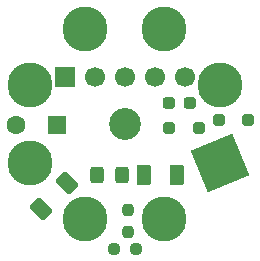
<source format=gbr>
%TF.GenerationSoftware,KiCad,Pcbnew,9.0.4-9.0.4-0~ubuntu24.04.1*%
%TF.CreationDate,2025-08-21T12:52:44+02:00*%
%TF.ProjectId,octal_base,6f637461-6c5f-4626-9173-652e6b696361,1*%
%TF.SameCoordinates,Original*%
%TF.FileFunction,Soldermask,Top*%
%TF.FilePolarity,Negative*%
%FSLAX46Y46*%
G04 Gerber Fmt 4.6, Leading zero omitted, Abs format (unit mm)*
G04 Created by KiCad (PCBNEW 9.0.4-9.0.4-0~ubuntu24.04.1) date 2025-08-21 12:52:44*
%MOMM*%
%LPD*%
G01*
G04 APERTURE LIST*
G04 Aperture macros list*
%AMRoundRect*
0 Rectangle with rounded corners*
0 $1 Rounding radius*
0 $2 $3 $4 $5 $6 $7 $8 $9 X,Y pos of 4 corners*
0 Add a 4 corners polygon primitive as box body*
4,1,4,$2,$3,$4,$5,$6,$7,$8,$9,$2,$3,0*
0 Add four circle primitives for the rounded corners*
1,1,$1+$1,$2,$3*
1,1,$1+$1,$4,$5*
1,1,$1+$1,$6,$7*
1,1,$1+$1,$8,$9*
0 Add four rect primitives between the rounded corners*
20,1,$1+$1,$2,$3,$4,$5,0*
20,1,$1+$1,$4,$5,$6,$7,0*
20,1,$1+$1,$6,$7,$8,$9,0*
20,1,$1+$1,$8,$9,$2,$3,0*%
%AMRotRect*
0 Rectangle, with rotation*
0 The origin of the aperture is its center*
0 $1 length*
0 $2 width*
0 $3 Rotation angle, in degrees counterclockwise*
0 Add horizontal line*
21,1,$1,$2,0,0,$3*%
G04 Aperture macros list end*
%ADD10R,1.700000X1.700000*%
%ADD11C,1.700000*%
%ADD12RoundRect,0.250000X0.325000X0.450000X-0.325000X0.450000X-0.325000X-0.450000X0.325000X-0.450000X0*%
%ADD13RoundRect,0.250000X0.375000X0.625000X-0.375000X0.625000X-0.375000X-0.625000X0.375000X-0.625000X0*%
%ADD14RoundRect,0.250000X0.250000X0.250000X-0.250000X0.250000X-0.250000X-0.250000X0.250000X-0.250000X0*%
%ADD15RoundRect,0.250000X-0.250000X-0.250000X0.250000X-0.250000X0.250000X0.250000X-0.250000X0.250000X0*%
%ADD16R,1.600000X1.600000*%
%ADD17C,1.600000*%
%ADD18RotRect,3.810000X3.810000X22.500000*%
%ADD19C,3.810000*%
%ADD20RoundRect,0.237500X0.287500X0.237500X-0.287500X0.237500X-0.287500X-0.237500X0.287500X-0.237500X0*%
%ADD21RoundRect,0.237500X-0.250000X-0.237500X0.250000X-0.237500X0.250000X0.237500X-0.250000X0.237500X0*%
%ADD22RoundRect,0.250000X-0.159099X0.724784X-0.724784X0.159099X0.159099X-0.724784X0.724784X-0.159099X0*%
%ADD23C,2.700000*%
%ADD24RoundRect,0.237500X0.237500X-0.250000X0.237500X0.250000X-0.237500X0.250000X-0.237500X-0.250000X0*%
G04 APERTURE END LIST*
D10*
%TO.C,J2*%
X85520001Y-72900001D03*
D11*
X88060001Y-72900001D03*
X90600001Y-72900001D03*
X93140001Y-72900001D03*
X95680001Y-72900001D03*
%TD*%
D12*
%TO.C,FB1*%
X90325000Y-81200000D03*
X88275000Y-81200000D03*
%TD*%
D13*
%TO.C,F1*%
X95000000Y-81200000D03*
X92200000Y-81200000D03*
%TD*%
D14*
%TO.C,D3*%
X96850000Y-77200000D03*
X94350000Y-77200000D03*
%TD*%
D15*
%TO.C,D2*%
X98550000Y-76600000D03*
X101050000Y-76600000D03*
%TD*%
D16*
%TO.C,C1*%
X84852651Y-77000000D03*
D17*
X81352651Y-77000000D03*
%TD*%
D18*
%TO.C,J1*%
X98661493Y-80239180D03*
D19*
X98660848Y-73561087D03*
X93939179Y-68838507D03*
X87261087Y-68839151D03*
X82538506Y-73560820D03*
X82539151Y-80238913D03*
X87260820Y-84961494D03*
X93938912Y-84960849D03*
%TD*%
D20*
%TO.C,D1*%
X96075000Y-75100000D03*
X94325000Y-75100000D03*
%TD*%
D21*
%TO.C,R2*%
X89687500Y-87500000D03*
X91512500Y-87500000D03*
%TD*%
D22*
%TO.C,R1*%
X85696016Y-81903984D03*
X83503984Y-84096016D03*
%TD*%
D23*
%TO.C,H1*%
X90600000Y-76900000D03*
%TD*%
D24*
%TO.C,R3*%
X90900000Y-84187500D03*
X90900000Y-86012500D03*
%TD*%
M02*

</source>
